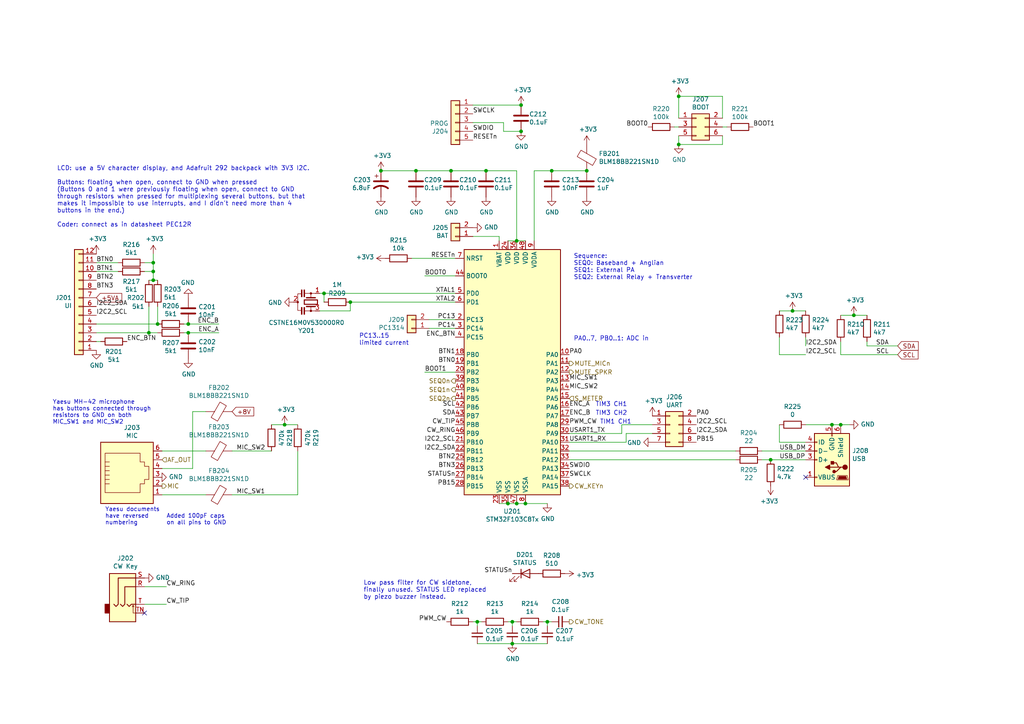
<source format=kicad_sch>
(kicad_sch (version 20211123) (generator eeschema)
  (paper "A4")
  (title_block (title "Picardy Anglian Mashup") (date "2020-03-18") (company "HB9EGM"))
  (lib_symbols
    (symbol "Connector:6P6C" (pin_names (offset 1.016))
      (property "Reference" "J" (at -5.08 11.43 0))
      (property "Value" "6P6C" (at 2.54 11.43 0))
      (symbol "6P6C_1_1"
        (pin passive line (at 10.16 -5.08 180) (length 2.54) (name "~") (number "1"))
        (pin passive line (at 10.16 -2.54 180) (length 2.54) (name "~") (number "2"))
        (pin passive line (at 10.16 0 180) (length 2.54) (name "~") (number "3"))
        (pin passive line (at 10.16 2.54 180) (length 2.54) (name "~") (number "4"))
        (pin passive line (at 10.16 5.08 180) (length 2.54) (name "~") (number "5"))
        (pin passive line (at 10.16 7.62 180) (length 2.54) (name "~") (number "6"))
      )
    )
    (symbol "Connector:USB_B_Micro" (pin_names (offset 1.016))
      (property "Reference" "J" (at -5.08 11.43 0))
      (property "Value" "USB_B_Micro" (at -5.08 8.89 0))
      (symbol "USB_B_Micro_1_1"
        (pin power_out line (at 7.62 5.08 180) (length 2.54) (name "VBUS") (number "1"))
        (pin bidirectional line (at 7.62 -2.54 180) (length 2.54) (name "D-") (number "2"))
        (pin bidirectional line (at 7.62 0 180) (length 2.54) (name "D+") (number "3"))
        (pin passive line (at 7.62 -5.08 180) (length 2.54) (name "ID") (number "4"))
        (pin power_out line (at 0 -10.16 90) (length 2.54) (name "GND") (number "5"))
        (pin passive line (at -2.54 -10.16 90) (length 2.54) (name "Shield") (number "6"))
      )
    )
    (symbol "Connector_Generic:Conn_01x02" (pin_names (offset 1.016) hide)
      (property "Reference" "J" (at 0 2.54 0))
      (property "Value" "Conn_01x02" (at 0 -5.08 0))
      (symbol "Conn_01x02_1_1"
        (pin passive line (at -5.08 0 0) (length 3.81) (name "Pin_1") (number "1"))
        (pin passive line (at -5.08 -2.54 0) (length 3.81) (name "Pin_2") (number "2"))
      )
    )
    (symbol "Connector_Generic:Conn_01x05" (pin_names (offset 1.016) hide)
      (property "Reference" "J" (at 0 7.62 0))
      (property "Value" "Conn_01x05" (at 0 -7.62 0))
      (symbol "Conn_01x05_1_1"
        (pin passive line (at -5.08 5.08 0) (length 3.81) (name "Pin_1") (number "1"))
        (pin passive line (at -5.08 2.54 0) (length 3.81) (name "Pin_2") (number "2"))
        (pin passive line (at -5.08 0 0) (length 3.81) (name "Pin_3") (number "3"))
        (pin passive line (at -5.08 -2.54 0) (length 3.81) (name "Pin_4") (number "4"))
        (pin passive line (at -5.08 -5.08 0) (length 3.81) (name "Pin_5") (number "5"))
      )
    )
    (symbol "Connector_Generic:Conn_01x12" (pin_names (offset 1.016) hide)
      (property "Reference" "J" (at 0 15.24 0))
      (property "Value" "Conn_01x12" (at 0 -17.78 0))
      (symbol "Conn_01x12_1_1"
        (pin passive line (at -5.08 12.7 0) (length 3.81) (name "Pin_1") (number "1"))
        (pin passive line (at -5.08 -10.16 0) (length 3.81) (name "Pin_10") (number "10"))
        (pin passive line (at -5.08 -12.7 0) (length 3.81) (name "Pin_11") (number "11"))
        (pin passive line (at -5.08 -15.24 0) (length 3.81) (name "Pin_12") (number "12"))
        (pin passive line (at -5.08 10.16 0) (length 3.81) (name "Pin_2") (number "2"))
        (pin passive line (at -5.08 7.62 0) (length 3.81) (name "Pin_3") (number "3"))
        (pin passive line (at -5.08 5.08 0) (length 3.81) (name "Pin_4") (number "4"))
        (pin passive line (at -5.08 2.54 0) (length 3.81) (name "Pin_5") (number "5"))
        (pin passive line (at -5.08 0 0) (length 3.81) (name "Pin_6") (number "6"))
        (pin passive line (at -5.08 -2.54 0) (length 3.81) (name "Pin_7") (number "7"))
        (pin passive line (at -5.08 -5.08 0) (length 3.81) (name "Pin_8") (number "8"))
        (pin passive line (at -5.08 -7.62 0) (length 3.81) (name "Pin_9") (number "9"))
      )
    )
    (symbol "Connector_Generic:Conn_02x03_Odd_Even" (pin_names (offset 1.016) hide)
      (property "Reference" "J" (at 1.27 5.08 0))
      (property "Value" "Conn_02x03_Odd_Even" (at 1.27 -5.08 0))
      (symbol "Conn_02x03_Odd_Even_1_1"
        (pin passive line (at -5.08 2.54 0) (length 3.81) (name "Pin_1") (number "1"))
        (pin passive line (at 7.62 2.54 180) (length 3.81) (name "Pin_2") (number "2"))
        (pin passive line (at -5.08 0 0) (length 3.81) (name "Pin_3") (number "3"))
        (pin passive line (at 7.62 0 180) (length 3.81) (name "Pin_4") (number "4"))
        (pin passive line (at -5.08 -2.54 0) (length 3.81) (name "Pin_5") (number "5"))
        (pin passive line (at 7.62 -2.54 180) (length 3.81) (name "Pin_6") (number "6"))
      )
    )
    (symbol "Connector_Generic:Conn_02x04_Odd_Even" (pin_names (offset 1.016) hide)
      (property "Reference" "J" (at 1.27 5.08 0))
      (property "Value" "Conn_02x04_Odd_Even" (at 1.27 -7.62 0))
      (symbol "Conn_02x04_Odd_Even_1_1"
        (pin passive line (at -5.08 2.54 0) (length 3.81) (name "Pin_1") (number "1"))
        (pin passive line (at 7.62 2.54 180) (length 3.81) (name "Pin_2") (number "2"))
        (pin passive line (at -5.08 0 0) (length 3.81) (name "Pin_3") (number "3"))
        (pin passive line (at 7.62 0 180) (length 3.81) (name "Pin_4") (number "4"))
        (pin passive line (at -5.08 -2.54 0) (length 3.81) (name "Pin_5") (number "5"))
        (pin passive line (at 7.62 -2.54 180) (length 3.81) (name "Pin_6") (number "6"))
        (pin passive line (at -5.08 -5.08 0) (length 3.81) (name "Pin_7") (number "7"))
        (pin passive line (at 7.62 -5.08 180) (length 3.81) (name "Pin_8") (number "8"))
      )
    )
    (symbol "Device:C" (pin_numbers hide) (pin_names (offset 0.254))
      (property "Reference" "C" (at 0.635 2.54 0))
      (property "Value" "C" (at 0.635 -2.54 0))
      (symbol "C_1_1"
        (pin passive line (at 0 3.81 270) (length 2.794) (name "~") (number "1"))
        (pin passive line (at 0 -3.81 90) (length 2.794) (name "~") (number "2"))
      )
    )
    (symbol "Device:CP1" (pin_numbers hide) (pin_names (offset 0.254) hide)
      (property "Reference" "C" (at 0.635 2.54 0))
      (property "Value" "Device_CP1" (at 0.635 -2.54 0))
      (symbol "CP1_1_1"
        (pin passive line (at 0 3.81 270) (length 2.794) (name "~") (number "1"))
        (pin passive line (at 0 -3.81 90) (length 3.302) (name "~") (number "2"))
      )
    )
    (symbol "Device:C_Small" (pin_numbers hide) (pin_names (offset 0.254) hide)
      (property "Reference" "C" (at 0.254 1.778 0))
      (property "Value" "C_Small" (at 0.254 -2.032 0))
      (symbol "C_Small_1_1"
        (pin passive line (at 0 2.54 270) (length 2.032) (name "~") (number "1"))
        (pin passive line (at 0 -2.54 90) (length 2.032) (name "~") (number "2"))
      )
    )
    (symbol "Device:Ferrite_Bead" (pin_numbers hide) (pin_names (offset 0))
      (property "Reference" "FB" (at -3.81 0.635 90))
      (property "Value" "Device_Ferrite_Bead" (at 3.81 0 90))
      (symbol "Ferrite_Bead_1_1"
        (pin passive line (at 0 3.81 270) (length 2.54) (name "~") (number "1"))
        (pin passive line (at 0 -3.81 90) (length 2.54) (name "~") (number "2"))
      )
    )
    (symbol "Device:LED" (pin_numbers hide) (pin_names (offset 1.016) hide)
      (property "Reference" "D" (at 0 2.54 0))
      (property "Value" "LED" (at 0 -2.54 0))
      (symbol "LED_1_1"
        (pin passive line (at -3.81 0 0) (length 2.54) (name "K") (number "1"))
        (pin passive line (at 3.81 0 180) (length 2.54) (name "A") (number "2"))
      )
    )
    (symbol "Device:R" (pin_numbers hide) (pin_names (offset 0))
      (property "Reference" "R" (at 2.032 0 90))
      (property "Value" "R" (at 0 0 90))
      (symbol "R_1_1"
        (pin passive line (at 0 3.81 270) (length 1.27) (name "~") (number "1"))
        (pin passive line (at 0 -3.81 90) (length 1.27) (name "~") (number "2"))
      )
    )
    (symbol "MCU_ST_STM32F1:STM32F103C8Tx"
      (property "Reference" "U" (at -15.24 36.83 0))
      (property "Value" "STM32F103C8Tx" (at 7.62 36.83 0))
      (symbol "STM32F103C8Tx_1_1"
        (pin power_in line (at -5.08 38.1 270) (length 2.54) (name "VBAT") (number "1"))
        (pin bidirectional line (at 15.24 5.08 180) (length 2.54) (name "PA0") (number "10"))
        (pin bidirectional line (at 15.24 2.54 180) (length 2.54) (name "PA1") (number "11"))
        (pin bidirectional line (at 15.24 0 180) (length 2.54) (name "PA2") (number "12"))
        (pin bidirectional line (at 15.24 -2.54 180) (length 2.54) (name "PA3") (number "13"))
        (pin bidirectional line (at 15.24 -5.08 180) (length 2.54) (name "PA4") (number "14"))
        (pin bidirectional line (at 15.24 -7.62 180) (length 2.54) (name "PA5") (number "15"))
        (pin bidirectional line (at 15.24 -10.16 180) (length 2.54) (name "PA6") (number "16"))
        (pin bidirectional line (at 15.24 -12.7 180) (length 2.54) (name "PA7") (number "17"))
        (pin bidirectional line (at -17.78 5.08 0) (length 2.54) (name "PB0") (number "18"))
        (pin bidirectional line (at -17.78 2.54 0) (length 2.54) (name "PB1") (number "19"))
        (pin bidirectional line (at -17.78 15.24 0) (length 2.54) (name "PC13") (number "2"))
        (pin bidirectional line (at -17.78 0 0) (length 2.54) (name "PB2") (number "20"))
        (pin bidirectional line (at -17.78 -20.32 0) (length 2.54) (name "PB10") (number "21"))
        (pin bidirectional line (at -17.78 -22.86 0) (length 2.54) (name "PB11") (number "22"))
        (pin power_in line (at -5.08 -38.1 90) (length 2.54) (name "VSS") (number "23"))
        (pin power_in line (at -2.54 38.1 270) (length 2.54) (name "VDD") (number "24"))
        (pin bidirectional line (at -17.78 -25.4 0) (length 2.54) (name "PB12") (number "25"))
        (pin bidirectional line (at -17.78 -27.94 0) (length 2.54) (name "PB13") (number "26"))
        (pin bidirectional line (at -17.78 -30.48 0) (length 2.54) (name "PB14") (number "27"))
        (pin bidirectional line (at -17.78 -33.02 0) (length 2.54) (name "PB15") (number "28"))
        (pin bidirectional line (at 15.24 -15.24 180) (length 2.54) (name "PA8") (number "29"))
        (pin bidirectional line (at -17.78 12.7 0) (length 2.54) (name "PC14") (number "3"))
        (pin bidirectional line (at 15.24 -17.78 180) (length 2.54) (name "PA9") (number "30"))
        (pin bidirectional line (at 15.24 -20.32 180) (length 2.54) (name "PA10") (number "31"))
        (pin bidirectional line (at 15.24 -22.86 180) (length 2.54) (name "PA11") (number "32"))
        (pin bidirectional line (at 15.24 -25.4 180) (length 2.54) (name "PA12") (number "33"))
        (pin bidirectional line (at 15.24 -27.94 180) (length 2.54) (name "PA13") (number "34"))
        (pin power_in line (at -2.54 -38.1 90) (length 2.54) (name "VSS") (number "35"))
        (pin power_in line (at 0 38.1 270) (length 2.54) (name "VDD") (number "36"))
        (pin bidirectional line (at 15.24 -30.48 180) (length 2.54) (name "PA14") (number "37"))
        (pin bidirectional line (at 15.24 -33.02 180) (length 2.54) (name "PA15") (number "38"))
        (pin bidirectional line (at -17.78 -2.54 0) (length 2.54) (name "PB3") (number "39"))
        (pin bidirectional line (at -17.78 10.16 0) (length 2.54) (name "PC15") (number "4"))
        (pin bidirectional line (at -17.78 -5.08 0) (length 2.54) (name "PB4") (number "40"))
        (pin bidirectional line (at -17.78 -7.62 0) (length 2.54) (name "PB5") (number "41"))
        (pin bidirectional line (at -17.78 -10.16 0) (length 2.54) (name "PB6") (number "42"))
        (pin bidirectional line (at -17.78 -12.7 0) (length 2.54) (name "PB7") (number "43"))
        (pin input line (at -17.78 27.94 0) (length 2.54) (name "BOOT0") (number "44"))
        (pin bidirectional line (at -17.78 -15.24 0) (length 2.54) (name "PB8") (number "45"))
        (pin bidirectional line (at -17.78 -17.78 0) (length 2.54) (name "PB9") (number "46"))
        (pin power_in line (at 0 -38.1 90) (length 2.54) (name "VSS") (number "47"))
        (pin power_in line (at 2.54 38.1 270) (length 2.54) (name "VDD") (number "48"))
        (pin input line (at -17.78 22.86 0) (length 2.54) (name "PD0") (number "5"))
        (pin input line (at -17.78 20.32 0) (length 2.54) (name "PD1") (number "6"))
        (pin input line (at -17.78 33.02 0) (length 2.54) (name "NRST") (number "7"))
        (pin power_in line (at 2.54 -38.1 90) (length 2.54) (name "VSSA") (number "8"))
        (pin power_in line (at 5.08 38.1 270) (length 2.54) (name "VDDA") (number "9"))
      )
    )
    (symbol "mpb:CSTNE16M0V530000R0" (pin_names (offset 1.016) hide)
      (property "Reference" "Y" (at 3.175 1.905 0))
      (property "Value" "CSTNE16M0V530000R0" (at 3.175 0 0))
      (symbol "CSTNE16M0V530000R0_1_1"
        (pin passive line (at -2.54 2.54 270) (length 1.27) (name "1") (number "1"))
        (pin passive line (at 0 -5.08 90) (length 1.27) (name "2") (number "2"))
        (pin passive line (at 2.54 2.54 270) (length 1.27) (name "3") (number "3"))
      )
    )
    (symbol "mpb:CUI-SJ-3524-SMT-TR"
      (property "Reference" "J" (at 0 8.89 0))
      (property "Value" "CUI-SJ-3524-SMT-TR" (at 0 6.35 0))
      (symbol "CUI-SJ-3524-SMT-TR_1_1"
        (pin passive line (at 5.08 0 180) (length 2.54) (name "~") (number "R"))
        (pin passive line (at 5.08 2.54 180) (length 2.54) (name "~") (number "S"))
        (pin passive line (at 5.08 -5.08 180) (length 2.54) (name "~") (number "T"))
        (pin passive line (at 5.08 -7.62 180) (length 2.54) (name "~") (number "TN"))
      )
    )
    (symbol "power:+3.3V" (power) (pin_names (offset 0))
      (property "Value" "+3.3V" (at 0 3.556 0))
      (symbol "+3.3V_1_1"
        (pin power_in line (at 0 0 90) (length 0) hide (name "+3V3") (number "1"))
      )
    )
    (symbol "power:GND" (power) (pin_names (offset 0))
      (property "Value" "GND" (at 0 -3.81 0))
      (symbol "GND_1_1"
        (pin power_in line (at 0 0 270) (length 0) hide (name "GND") (number "1"))
      )
    )
  )
  (junction (at 43.18 96.52))
  (junction (at 110.49 49.53))
  (junction (at 223.52 133.35))
  (junction (at 149.86 69.85))
  (junction (at 243.84 123.19))
  (junction (at 101.6 87.63))
  (junction (at 130.81 49.53))
  (junction (at 196.85 27.94))
  (junction (at 149.86 146.05))
  (junction (at 147.32 146.05))
  (junction (at 120.65 49.53))
  (junction (at 160.02 49.53))
  (junction (at 148.59 186.69))
  (junction (at 138.43 180.34))
  (junction (at 54.61 93.98))
  (junction (at 158.75 180.34))
  (junction (at 82.55 123.19))
  (junction (at 93.98 85.09))
  (junction (at 247.65 91.44))
  (junction (at 241.3 123.19))
  (junction (at 196.85 41.91))
  (junction (at 140.97 49.53))
  (junction (at 148.59 180.34))
  (junction (at 152.4 146.05))
  (junction (at 45.72 93.98))
  (junction (at 44.45 76.2))
  (junction (at 54.61 96.52))
  (junction (at 44.45 78.74))
  (junction (at 151.13 30.48))
  (junction (at 170.18 49.53))
  (junction (at 44.45 81.28))
  (junction (at 229.87 90.17))
  (junction (at 151.13 38.1))
  (no_connect (at 233.68 138.43))
  (no_connect (at 41.91 177.8))
  (wire (pts (xy 165.1 133.35) (xy 213.36 133.35)))
  (wire (pts (xy 27.94 93.98) (xy 45.72 93.98)))
  (wire (pts (xy 119.38 74.93) (xy 132.08 74.93)))
  (wire (pts (xy 247.65 91.44) (xy 251.46 91.44)))
  (wire (pts (xy 53.34 93.98) (xy 54.61 93.98)))
  (wire (pts (xy 46.99 143.51) (xy 59.69 143.51)))
  (wire (pts (xy 165.1 130.81) (xy 213.36 130.81)))
  (wire (pts (xy 251.46 100.33) (xy 260.35 100.33)))
  (wire (pts (xy 67.31 130.81) (xy 78.74 130.81)))
  (wire (pts (xy 55.88 135.89) (xy 55.88 119.38)))
  (wire (pts (xy 243.84 102.87) (xy 243.84 99.06)))
  (wire (pts (xy 27.94 76.2) (xy 34.29 76.2)))
  (wire (pts (xy 130.81 49.53) (xy 140.97 49.53)))
  (wire (pts (xy 137.16 30.48) (xy 151.13 30.48)))
  (wire (pts (xy 189.23 125.73) (xy 181.61 125.73)))
  (wire (pts (xy 160.02 49.53) (xy 154.94 49.53)))
  (wire (pts (xy 86.36 123.19) (xy 82.55 123.19)))
  (wire (pts (xy 146.05 35.56) (xy 146.05 38.1)))
  (wire (pts (xy 138.43 180.34) (xy 138.43 181.61)))
  (wire (pts (xy 53.34 96.52) (xy 54.61 96.52)))
  (wire (pts (xy 223.52 133.35) (xy 233.68 133.35)))
  (wire (pts (xy 229.87 90.17) (xy 233.68 90.17)))
  (wire (pts (xy 123.19 107.95) (xy 132.08 107.95)))
  (wire (pts (xy 243.84 91.44) (xy 247.65 91.44)))
  (wire (pts (xy 43.18 88.9) (xy 43.18 96.52)))
  (wire (pts (xy 120.65 49.53) (xy 130.81 49.53)))
  (wire (pts (xy 110.49 49.53) (xy 120.65 49.53)))
  (wire (pts (xy 158.75 181.61) (xy 158.75 180.34)))
  (wire (pts (xy 226.06 90.17) (xy 229.87 90.17)))
  (wire (pts (xy 148.59 186.69) (xy 158.75 186.69)))
  (wire (pts (xy 158.75 180.34) (xy 160.02 180.34)))
  (wire (pts (xy 160.02 49.53) (xy 170.18 49.53)))
  (wire (pts (xy 45.72 81.28) (xy 44.45 81.28)))
  (wire (pts (xy 124.46 92.71) (xy 132.08 92.71)))
  (wire (pts (xy 137.16 35.56) (xy 146.05 35.56)))
  (wire (pts (xy 165.1 128.27) (xy 181.61 128.27)))
  (wire (pts (xy 45.72 138.43) (xy 46.99 138.43)))
  (wire (pts (xy 44.45 76.2) (xy 44.45 73.66)))
  (wire (pts (xy 27.94 96.52) (xy 43.18 96.52)))
  (wire (pts (xy 226.06 128.27) (xy 233.68 128.27)))
  (wire (pts (xy 146.05 38.1) (xy 151.13 38.1)))
  (wire (pts (xy 196.85 41.91) (xy 209.55 41.91)))
  (wire (pts (xy 101.6 90.17) (xy 101.6 87.63)))
  (wire (pts (xy 226.06 102.87) (xy 226.06 97.79)))
  (wire (pts (xy 27.94 99.06) (xy 29.21 99.06)))
  (wire (pts (xy 165.1 125.73) (xy 180.34 125.73)))
  (wire (pts (xy 137.16 180.34) (xy 138.43 180.34)))
  (wire (pts (xy 243.84 102.87) (xy 260.35 102.87)))
  (wire (pts (xy 223.52 133.35) (xy 220.98 133.35)))
  (wire (pts (xy 140.97 49.53) (xy 149.86 49.53)))
  (wire (pts (xy 157.48 180.34) (xy 158.75 180.34)))
  (wire (pts (xy 147.32 146.05) (xy 144.78 146.05)))
  (wire (pts (xy 243.84 123.19) (xy 241.3 123.19)))
  (wire (pts (xy 144.78 68.58) (xy 137.16 68.58)))
  (wire (pts (xy 45.72 88.9) (xy 45.72 93.98)))
  (wire (pts (xy 195.58 36.83) (xy 196.85 36.83)))
  (wire (pts (xy 233.68 102.87) (xy 226.06 102.87)))
  (wire (pts (xy 148.59 180.34) (xy 149.86 180.34)))
  (wire (pts (xy 101.6 87.63) (xy 132.08 87.63)))
  (wire (pts (xy 101.6 90.17) (xy 92.71 90.17)))
  (wire (pts (xy 27.94 78.74) (xy 34.29 78.74)))
  (wire (pts (xy 67.31 143.51) (xy 86.36 143.51)))
  (wire (pts (xy 86.36 143.51) (xy 86.36 130.81)))
  (wire (pts (xy 220.98 130.81) (xy 233.68 130.81)))
  (wire (pts (xy 144.78 69.85) (xy 144.78 68.58)))
  (wire (pts (xy 149.86 69.85) (xy 147.32 69.85)))
  (wire (pts (xy 196.85 34.29) (xy 196.85 27.94)))
  (wire (pts (xy 82.55 123.19) (xy 78.74 123.19)))
  (wire (pts (xy 209.55 34.29) (xy 209.55 27.94)))
  (wire (pts (xy 124.46 95.25) (xy 132.08 95.25)))
  (wire (pts (xy 93.98 87.63) (xy 93.98 85.09)))
  (wire (pts (xy 41.91 175.26) (xy 48.26 175.26)))
  (wire (pts (xy 152.4 146.05) (xy 149.86 146.05)))
  (wire (pts (xy 149.86 49.53) (xy 149.86 69.85)))
  (wire (pts (xy 41.91 170.18) (xy 48.26 170.18)))
  (wire (pts (xy 54.61 96.52) (xy 63.5 96.52)))
  (wire (pts (xy 41.91 78.74) (xy 44.45 78.74)))
  (wire (pts (xy 181.61 125.73) (xy 181.61 128.27)))
  (wire (pts (xy 93.98 85.09) (xy 92.71 85.09)))
  (wire (pts (xy 152.4 69.85) (xy 149.86 69.85)))
  (wire (pts (xy 55.88 119.38) (xy 59.69 119.38)))
  (wire (pts (xy 44.45 81.28) (xy 43.18 81.28)))
  (wire (pts (xy 180.34 123.19) (xy 189.23 123.19)))
  (wire (pts (xy 209.55 41.91) (xy 209.55 39.37)))
  (wire (pts (xy 233.68 100.33) (xy 233.68 97.79)))
  (wire (pts (xy 154.94 49.53) (xy 154.94 69.85)))
  (wire (pts (xy 46.99 135.89) (xy 55.88 135.89)))
  (wire (pts (xy 43.18 96.52) (xy 45.72 96.52)))
  (wire (pts (xy 209.55 27.94) (xy 196.85 27.94)))
  (wire (pts (xy 148.59 181.61) (xy 148.59 180.34)))
  (wire (pts (xy 147.32 180.34) (xy 148.59 180.34)))
  (wire (pts (xy 246.38 123.19) (xy 243.84 123.19)))
  (wire (pts (xy 132.08 85.09) (xy 93.98 85.09)))
  (wire (pts (xy 44.45 81.28) (xy 44.45 78.74)))
  (wire (pts (xy 138.43 186.69) (xy 148.59 186.69)))
  (wire (pts (xy 41.91 76.2) (xy 44.45 76.2)))
  (wire (pts (xy 158.75 146.05) (xy 152.4 146.05)))
  (wire (pts (xy 226.06 123.19) (xy 226.06 128.27)))
  (wire (pts (xy 138.43 180.34) (xy 139.7 180.34)))
  (wire (pts (xy 180.34 125.73) (xy 180.34 123.19)))
  (wire (pts (xy 46.99 130.81) (xy 59.69 130.81)))
  (wire (pts (xy 44.45 78.74) (xy 44.45 76.2)))
  (wire (pts (xy 196.85 41.91) (xy 196.85 39.37)))
  (wire (pts (xy 54.61 93.98) (xy 63.5 93.98)))
  (wire (pts (xy 123.19 80.01) (xy 132.08 80.01)))
  (wire (pts (xy 251.46 100.33) (xy 251.46 99.06)))
  (wire (pts (xy 149.86 146.05) (xy 147.32 146.05)))
  (wire (pts (xy 210.82 36.83) (xy 209.55 36.83)))
  (wire (pts (xy 241.3 123.19) (xy 233.68 123.19)))
  (text "Yaesu documents\nhave reversed\nnumbering" (at 30.48 152.4 0) (effects (font (size 1.1938 1.1938)) (justify left bottom)))
  (text "TIM1 CH1" (at 173.99 123.19 0) (effects (font (size 1.27 1.27)) (justify left bottom)))
  (text "Yaesu MH-42 microphone\nhas buttons connected through\nresistors to GND on both\nMIC_SW1 and MIC_SW2" (at 15.24 123.19 0) (effects (font (size 1.1938 1.1938)) (justify left bottom)))
  (text "Low pass filter for CW sidetone,\nfinally unused. STATUS LED replaced\nby piezo buzzer instead." (at 105.41 173.99 0) (effects (font (size 1.27 1.27)) (justify left bottom)))
  (text "TIM3 CH1" (at 172.72 118.11 0) (effects (font (size 1.27 1.27)) (justify left bottom)))
  (text "Added 100pF caps\non all pins to GND" (at 48.26 152.4 0) (effects (font (size 1.1938 1.1938)) (justify left bottom)))
  (text "TIM3 CH2" (at 172.72 120.65 0) (effects (font (size 1.27 1.27)) (justify left bottom)))
  (text "PC13..15\nlimited current" (at 104.14 100.33 0) (effects (font (size 1.27 1.27)) (justify left bottom)))
  (text "LCD: use a 5V character display, and Adafruit 292 backpack with 3V3 I2C.\n\nButtons: floating when open, connect to GND when pressed\n(Buttons 0 and 1 were previously floating when open, connect to GND\nthrough resistors when pressed for multiplexing several buttons, but that\nmakes it impossible to use interrupts, and I didn't need more than 4\nbuttons in the end.)\n\nCoder: connect as in datasheet PEC12R" (at 16.51 66.04 0) (effects (font (size 1.27 1.27)) (justify left bottom)))
  (text "Sequence:\nSEQ0: Baseband + Anglian\nSEQ1: External PA\nSEQ2: External Relay + Transverter" (at 166.37 81.28 0) (effects (font (size 1.27 1.27)) (justify left bottom)))
  (text "PA0..7, PB0..1: ADC in" (at 166.37 99.06 0) (effects (font (size 1.27 1.27)) (justify left bottom)))
  (label "USB_DP" (at 226.06 133.35 0))
  (label "USART1_RX" (at 165.1 128.27 0))
  (label "SDA" (at 132.08 120.65 180))
  (label "MIC_SW2" (at 68.58 130.81 0))
  (label "BTN1" (at 132.08 102.87 180))
  (label "MIC_SW1" (at 68.58 143.51 0))
  (label "PB15" (at 201.93 128.27 0))
  (label "I2C2_SDA" (at 233.68 100.33 0))
  (label "MIC_SW1" (at 165.1 110.49 0))
  (label "BOOT1" (at 218.44 36.83 0))
  (label "STATUSn" (at 148.59 166.37 180))
  (label "BTN2" (at 132.08 133.35 180))
  (label "ENC_A" (at 63.5 96.52 180))
  (label "I2C2_SDA" (at 201.93 125.73 0))
  (label "USB_DM" (at 226.06 130.81 0))
  (label "PB15" (at 132.08 140.97 180))
  (label "SWDIO" (at 165.1 135.89 0))
  (label "CW_RING" (at 48.26 170.18 0))
  (label "ENC_BTN" (at 132.08 97.79 180))
  (label "I2C2_SCL" (at 201.93 123.19 0))
  (label "SCL" (at 132.08 118.11 180))
  (label "XTAL2" (at 132.08 87.63 180))
  (label "CW_RING" (at 132.08 125.73 180))
  (label "I2C2_SCL" (at 233.68 102.87 0))
  (label "I2C2_SCL" (at 27.94 91.44 0))
  (label "I2C2_SDA" (at 132.08 130.81 180))
  (label "SDA" (at 257.81 100.33 180))
  (label "BTN0" (at 132.08 105.41 180))
  (label "SCL" (at 257.81 102.87 180))
  (label "ENC_BTN" (at 36.83 99.06 0))
  (label "ENC_A" (at 165.1 118.11 0))
  (label "CW_TIP" (at 48.26 175.26 0))
  (label "XTAL1" (at 132.08 85.09 180))
  (label "ENC_B" (at 165.1 120.65 0))
  (label "STATUSn" (at 132.08 138.43 180))
  (label "BTN2" (at 27.94 81.28 0))
  (label "RESETn" (at 137.16 40.64 0))
  (label "PWM_CW" (at 165.1 123.19 0))
  (label "BOOT0" (at 123.19 80.01 0))
  (label "PC14" (at 132.08 95.25 180))
  (label "PA0" (at 165.1 102.87 0))
  (label "I2C2_SDA" (at 27.94 88.9 0))
  (label "SWCLK" (at 137.16 33.02 0))
  (label "PC13" (at 132.08 92.71 180))
  (label "SWCLK" (at 165.1 138.43 0))
  (label "BTN3" (at 27.94 83.82 0))
  (label "BTN0" (at 27.94 76.2 0))
  (label "BOOT1" (at 123.19 107.95 0))
  (label "CW_TIP" (at 132.08 123.19 180))
  (label "PWM_CW" (at 129.54 180.34 180))
  (label "ENC_B" (at 63.5 93.98 180))
  (label "SWDIO" (at 137.16 38.1 0))
  (label "USART1_TX" (at 165.1 125.73 0))
  (label "MIC_SW2" (at 165.1 113.03 0))
  (label "RESETn" (at 132.08 74.93 180))
  (label "I2C2_SCL" (at 132.08 128.27 180))
  (label "PA0" (at 201.93 120.65 0))
  (label "BTN3" (at 132.08 135.89 180))
  (label "BTN1" (at 27.94 78.74 0))
  (label "BOOT0" (at 187.96 36.83 180))
  (global_label "+8V" (shape input) (at 67.31 119.38 0) (property "Intersheet References" "${INTERSHEET_REFS}" (effects hide)))
  (global_label "SDA" (shape input) (at 260.35 100.33 0) (property "Intersheet References" "${INTERSHEET_REFS}" (effects hide)))
  (global_label "+5VA" (shape input) (at 27.94 86.36 0) (property "Intersheet References" "${INTERSHEET_REFS}" (effects hide)))
  (global_label "SCL" (shape input) (at 260.35 102.87 0) (property "Intersheet References" "${INTERSHEET_REFS}" (effects hide)))
  (hierarchical_label "SEQ1n" (shape output) (at 132.08 113.03 180))
  (hierarchical_label "MUTE_SPKR" (shape output) (at 165.1 107.95 0))
  (hierarchical_label "CW_KEYn" (shape output) (at 165.1 140.97 0))
  (hierarchical_label "SEQ0n" (shape output) (at 132.08 110.49 180))
  (hierarchical_label "AF_OUT" (shape input) (at 46.99 133.35 0))
  (hierarchical_label "MIC" (shape output) (at 46.99 140.97 0))
  (hierarchical_label "S_METER" (shape input) (at 165.1 115.57 0))
  (hierarchical_label "CW_TONE" (shape output) (at 165.1 180.34 0))
  (hierarchical_label "SEQ2n" (shape output) (at 132.08 115.57 180))
  (hierarchical_label "MUTE_MICn" (shape output) (at 165.1 105.41 0))
  (symbol (lib_id "Device:R") (at 115.57 74.93 90) (unit 1)
    (property "Reference" "R215" (at 115.57 69.6722 90))
    (property "Value" "10k" (at 115.57 71.9836 90))
    (property "Footprint" "Resistor_SMD:R_0603_1608Metric_Pad1.05x0.95mm_HandSolder" (effects hide))
    (property "Need_order" "0" (effects hide))
  )
  (symbol (lib_id "Connector_Generic:Conn_01x12") (at 22.86 88.9 180) (unit 1)
    (property "Reference" "J201" (at 20.8534 86.36 0) (effects (justify left)))
    (property "Value" "UI" (at 20.8534 88.6714 0) (effects (justify left)))
    (property "Footprint" "Connector_PinHeader_2.54mm:PinHeader_1x12_P2.54mm_Vertical" (effects hide))
    (property "Need_order" "1" (effects hide))
    (property "MPN" " Adafruit 292 and PEC12R-4022F-S0024" (effects hide))
  )
  (symbol (lib_id "power:+3.3V") (at 27.94 73.66 0) (unit 1)
    (property "Reference" "#PWR0201" (effects hide))
    (property "Value" "+3.3V" (at 28.321 69.2658 0))
  )
  (symbol (lib_id "power:GND") (at 54.61 86.36 180) (unit 1)
    (property "Reference" "#PWR0206" (effects hide))
    (property "Value" "GND" (at 54.483 81.9658 0))
  )
  (symbol (lib_id "Device:Ferrite_Bead") (at 170.18 45.72 180) (unit 1)
    (property "Reference" "FB201" (at 173.6598 44.5516 0) (effects (justify right)))
    (property "Value" "BLM18BB221SN1D" (at 173.6598 46.863 0) (effects (justify right)))
    (property "Footprint" "Inductor_SMD:L_0603_1608Metric_Pad1.05x0.95mm_HandSolder" (effects hide))
    (property "MPN" "BLM18BB221SN1D" (effects hide))
    (property "Need_order" "0" (effects hide))
  )
  (symbol (lib_id "Device:R") (at 133.35 180.34 270) (unit 1)
    (property "Reference" "R212" (at 133.35 175.0822 90))
    (property "Value" "1k" (at 133.35 177.3936 90))
    (property "Footprint" "Resistor_SMD:R_0603_1608Metric_Pad1.05x0.95mm_HandSolder" (effects hide))
    (property "Need_order" "0" (effects hide))
  )
  (symbol (lib_id "Device:C_Small") (at 148.59 184.15 0)
    (property "Reference" "C206" (at 150.9268 182.9816 0) (effects (justify left)))
    (property "Value" "0.1uF" (at 150.9268 185.293 0) (effects (justify left)))
    (property "Footprint" "Capacitor_SMD:C_0603_1608Metric_Pad1.05x0.95mm_HandSolder" (effects hide))
    (property "MPN" "GRM188R71H104KA93D" (effects hide))
    (property "Need_order" "0" (effects hide))
  )
  (symbol (lib_id "Device:R") (at 143.51 180.34 270) (unit 1)
    (property "Reference" "R213" (at 143.51 175.0822 90))
    (property "Value" "1k" (at 143.51 177.3936 90))
    (property "Footprint" "Resistor_SMD:R_0603_1608Metric_Pad1.05x0.95mm_HandSolder" (effects hide))
    (property "Need_order" "0" (effects hide))
  )
  (symbol (lib_id "Device:C_Small") (at 138.43 184.15 0)
    (property "Reference" "C205" (at 140.7668 182.9816 0) (effects (justify left)))
    (property "Value" "0.1uF" (at 140.7668 185.293 0) (effects (justify left)))
    (property "Footprint" "Capacitor_SMD:C_0603_1608Metric_Pad1.05x0.95mm_HandSolder" (effects hide))
    (property "MPN" "GRM188R71H104KA93D" (effects hide))
    (property "Need_order" "0" (effects hide))
  )
  (symbol (lib_id "Device:C_Small") (at 158.75 184.15 0)
    (property "Reference" "C207" (at 161.0868 182.9816 0) (effects (justify left)))
    (property "Value" "0.1uF" (at 161.0868 185.293 0) (effects (justify left)))
    (property "Footprint" "Capacitor_SMD:C_0603_1608Metric_Pad1.05x0.95mm_HandSolder" (effects hide))
    (property "MPN" "GRM188R71H104KA93D" (effects hide))
    (property "Need_order" "0" (effects hide))
  )
  (symbol (lib_id "Device:R") (at 153.67 180.34 270) (unit 1)
    (property "Reference" "R214" (at 153.67 175.0822 90))
    (property "Value" "1k" (at 153.67 177.3936 90))
    (property "Footprint" "Resistor_SMD:R_0603_1608Metric_Pad1.05x0.95mm_HandSolder" (effects hide))
    (property "Need_order" "0" (effects hide))
  )
  (symbol (lib_id "Device:C_Small") (at 162.56 180.34 90)
    (property "Reference" "C208" (at 162.56 174.5234 90))
    (property "Value" "0.1uF" (at 162.56 176.8348 90))
    (property "Footprint" "Capacitor_SMD:C_0603_1608Metric_Pad1.05x0.95mm_HandSolder" (effects hide))
    (property "MPN" "GRM188R71H104KA93D" (effects hide))
    (property "Need_order" "0" (effects hide))
  )
  (symbol (lib_id "power:GND") (at 148.59 186.69 0) (unit 1)
    (property "Reference" "#PWR0217" (effects hide))
    (property "Value" "GND" (at 148.717 191.0842 0))
  )
  (symbol (lib_id "Device:R") (at 243.84 95.25 0) (unit 1)
    (property "Reference" "R210" (at 245.618 94.0816 0) (effects (justify left)))
    (property "Value" "4k7" (at 245.618 96.393 0) (effects (justify left)))
    (property "Footprint" "Resistor_SMD:R_0603_1608Metric_Pad1.05x0.95mm_HandSolder" (effects hide))
    (property "Need_order" "0" (effects hide))
  )
  (symbol (lib_id "Device:R") (at 251.46 95.25 0) (unit 1)
    (property "Reference" "R211" (at 253.238 94.0816 0) (effects (justify left)))
    (property "Value" "4k7" (at 253.238 96.393 0) (effects (justify left)))
    (property "Footprint" "Resistor_SMD:R_0603_1608Metric_Pad1.05x0.95mm_HandSolder" (effects hide))
    (property "Need_order" "0" (effects hide))
  )
  (symbol (lib_id "power:+3.3V") (at 247.65 91.44 0) (unit 1)
    (property "Reference" "#PWR0214" (effects hide))
    (property "Value" "+3.3V" (at 248.031 87.0458 0))
  )
  (symbol (lib_id "Device:R") (at 78.74 127 180) (unit 1)
    (property "Reference" "R218" (at 83.9978 127 90))
    (property "Value" "470k" (at 81.6864 127 90))
    (property "Footprint" "Resistor_SMD:R_0603_1608Metric_Pad1.05x0.95mm_HandSolder" (effects hide))
    (property "Need_order" "0" (effects hide))
  )
  (symbol (lib_id "Device:R") (at 86.36 127 180) (unit 1)
    (property "Reference" "R219" (at 91.6178 127 90))
    (property "Value" "470k" (at 89.3064 127 90))
    (property "Footprint" "Resistor_SMD:R_0603_1608Metric_Pad1.05x0.95mm_HandSolder" (effects hide))
    (property "Need_order" "0" (effects hide))
  )
  (symbol (lib_id "power:+3.3V") (at 82.55 123.19 0) (unit 1)
    (property "Reference" "#PWR0219" (effects hide))
    (property "Value" "+3.3V" (at 82.931 118.7958 0))
  )
  (symbol (lib_id "Device:R") (at 38.1 78.74 90) (unit 1)
    (property "Reference" "R217" (at 38.1 81.661 90))
    (property "Value" "5k1" (at 38.1 83.9724 90))
    (property "Footprint" "Resistor_SMD:R_0603_1608Metric_Pad1.05x0.95mm_HandSolder" (effects hide))
    (property "Need_order" "0" (effects hide))
  )
  (symbol (lib_id "Device:R") (at 38.1 76.2 90) (unit 1)
    (property "Reference" "R216" (at 38.1 70.9422 90))
    (property "Value" "5k1" (at 38.1 73.2536 90))
    (property "Footprint" "Resistor_SMD:R_0603_1608Metric_Pad1.05x0.95mm_HandSolder" (effects hide))
    (property "Need_order" "0" (effects hide))
  )
  (symbol (lib_id "MCU_ST_STM32F1:STM32F103C8Tx") (at 149.86 107.95 0) (unit 1)
    (property "Reference" "U201" (at 148.59 148.3106 0))
    (property "Value" "STM32F103C8Tx" (at 148.59 150.622 0))
    (property "Footprint" "Package_QFP:LQFP-48_7x7mm_P0.5mm" (effects hide))
    (property "Datasheet" "http://www.st.com/st-web-ui/static/active/en/resource/technical/document/datasheet/CD00161566.pdf" (effects hide))
    (property "MPN" "STM32F103C8T6" (effects hide))
  )
  (symbol (lib_id "Device:R") (at 191.77 36.83 270) (unit 1)
    (property "Reference" "R220" (at 191.77 31.5722 90))
    (property "Value" "100k" (at 191.77 33.8836 90))
    (property "Footprint" "Resistor_SMD:R_0603_1608Metric_Pad1.05x0.95mm_HandSolder" (effects hide))
    (property "Need_order" "0" (effects hide))
  )
  (symbol (lib_id "Device:R") (at 217.17 130.81 270) (unit 1)
    (property "Reference" "R204" (at 217.17 125.5522 90))
    (property "Value" "22" (at 217.17 127.8636 90))
    (property "Footprint" "Resistor_SMD:R_0603_1608Metric_Pad1.05x0.95mm_HandSolder" (effects hide))
    (property "Need_order" "0" (effects hide))
  )
  (symbol (lib_id "Device:R") (at 217.17 133.35 270) (unit 1)
    (property "Reference" "R205" (at 217.17 136.271 90))
    (property "Value" "22" (at 217.17 138.5824 90))
    (property "Footprint" "Resistor_SMD:R_0603_1608Metric_Pad1.05x0.95mm_HandSolder" (effects hide))
    (property "Need_order" "0" (effects hide))
  )
  (symbol (lib_id "Device:R") (at 223.52 137.16 180) (unit 1)
    (property "Reference" "R222" (at 225.298 135.9916 0) (effects (justify right)))
    (property "Value" "4.7k" (at 225.298 138.303 0) (effects (justify right)))
    (property "Footprint" "Resistor_SMD:R_0603_1608Metric_Pad1.05x0.95mm_HandSolder" (effects hide))
    (property "Need_order" "0" (effects hide))
  )
  (symbol (lib_id "power:+3.3V") (at 223.52 140.97 180) (unit 1)
    (property "Reference" "#PWR0228" (effects hide))
    (property "Value" "+3.3V" (at 223.139 145.3642 0))
  )
  (symbol (lib_id "power:GND") (at 140.97 57.15 0) (unit 1)
    (property "Reference" "#PWR0216" (effects hide))
    (property "Value" "GND" (at 141.097 61.5442 0))
  )
  (symbol (lib_id "power:GND") (at 130.81 57.15 0) (unit 1)
    (property "Reference" "#PWR0211" (effects hide))
    (property "Value" "GND" (at 130.937 61.5442 0))
  )
  (symbol (lib_id "power:GND") (at 120.65 57.15 0) (unit 1)
    (property "Reference" "#PWR0210" (effects hide))
    (property "Value" "GND" (at 120.777 61.5442 0))
  )
  (symbol (lib_id "power:+3.3V") (at 110.49 49.53 0) (unit 1)
    (property "Reference" "#PWR0208" (effects hide))
    (property "Value" "+3.3V" (at 110.871 45.1358 0))
  )
  (symbol (lib_id "Device:CP1") (at 110.49 53.34 0) (unit 1)
    (property "Reference" "C203" (at 107.5944 52.1716 0) (effects (justify right)))
    (property "Value" "6.8uF" (at 107.5944 54.483 0) (effects (justify right)))
    (property "Footprint" "Capacitor_SMD:C_1206_3216Metric" (effects hide))
    (property "MPN" "Tantalum" (effects hide))
    (property "Need_order" "0" (effects hide))
  )
  (symbol (lib_id "power:GND") (at 110.49 57.15 0) (unit 1)
    (property "Reference" "#PWR0209" (effects hide))
    (property "Value" "GND" (at 110.617 61.5442 0))
  )
  (symbol (lib_id "Device:C") (at 120.65 53.34 0)
    (property "Reference" "C209" (at 122.9868 52.1716 0) (effects (justify left)))
    (property "Value" "0.1uF" (at 122.9868 54.483 0) (effects (justify left)))
    (property "Footprint" "Capacitor_SMD:C_0603_1608Metric_Pad1.05x0.95mm_HandSolder" (effects hide))
    (property "MPN" "GRM188R71H104KA93D" (effects hide))
    (property "Need_order" "0" (effects hide))
  )
  (symbol (lib_id "Device:C") (at 130.81 53.34 0)
    (property "Reference" "C210" (at 133.1468 52.1716 0) (effects (justify left)))
    (property "Value" "0.1uF" (at 133.1468 54.483 0) (effects (justify left)))
    (property "Footprint" "Capacitor_SMD:C_0603_1608Metric_Pad1.05x0.95mm_HandSolder" (effects hide))
    (property "MPN" "GRM188R71H104KA93D" (effects hide))
    (property "Need_order" "0" (effects hide))
  )
  (symbol (lib_id "Device:C") (at 140.97 53.34 0)
    (property "Reference" "C211" (at 143.3068 52.1716 0) (effects (justify left)))
    (property "Value" "0.1uF" (at 143.3068 54.483 0) (effects (justify left)))
    (property "Footprint" "Capacitor_SMD:C_0603_1608Metric_Pad1.05x0.95mm_HandSolder" (effects hide))
    (property "MPN" "GRM188R71H104KA93D" (effects hide))
    (property "Need_order" "0" (effects hide))
  )
  (symbol (lib_id "Device:C") (at 160.02 53.34 180) (unit 1)
    (property "Reference" "C213" (at 162.941 52.1716 0) (effects (justify right)))
    (property "Value" "10nF" (at 162.941 54.483 0) (effects (justify right)))
    (property "Footprint" "Capacitor_SMD:C_0805_2012Metric" (effects hide))
    (property "MPN" "VJ0805A103KXJTBC" (effects hide))
    (property "Need_order" "1" (effects hide))
  )
  (symbol (lib_id "power:GND") (at 160.02 57.15 0) (unit 1)
    (property "Reference" "#PWR0223" (effects hide))
    (property "Value" "GND" (at 160.147 61.5442 0))
  )
  (symbol (lib_id "power:GND") (at 170.18 57.15 0) (unit 1)
    (property "Reference" "#PWR0225" (effects hide))
    (property "Value" "GND" (at 170.307 61.5442 0))
  )
  (symbol (lib_id "power:+3.3V") (at 170.18 41.91 0) (unit 1)
    (property "Reference" "#PWR0224" (effects hide))
    (property "Value" "+3.3V" (at 170.561 37.5158 0))
  )
  (symbol (lib_id "Connector_Generic:Conn_01x02") (at 132.08 68.58 180) (unit 1)
    (property "Reference" "J205" (at 130.0734 66.04 0) (effects (justify left)))
    (property "Value" "BAT" (at 130.0734 68.3514 0) (effects (justify left)))
    (property "Footprint" "Connector_PinHeader_2.54mm:PinHeader_1x02_P2.54mm_Vertical" (effects hide))
    (property "Need_order" "0" (effects hide))
  )
  (symbol (lib_id "power:GND") (at 137.16 66.04 90) (unit 1)
    (property "Reference" "#PWR0215" (effects hide))
    (property "Value" "GND" (at 140.4112 65.913 90) (effects (justify right)))
  )
  (symbol (lib_id "power:GND") (at 158.75 146.05 0) (unit 1)
    (property "Reference" "#PWR0222" (effects hide))
    (property "Value" "GND" (at 158.877 150.4442 0))
  )
  (symbol (lib_id "Connector:USB_B_Micro") (at 241.3 133.35 180)
    (property "Reference" "J208" (at 247.142 130.7338 0) (effects (justify right)))
    (property "Value" "USB" (at 247.142 133.0452 0) (effects (justify right)))
    (property "Footprint" "Connector_USB:USB_Micro-B_Molex-105017-0001" (effects hide))
    (property "MPN" "Molex 104017-0001" (effects hide))
  )
  (symbol (lib_id "power:GND") (at 246.38 123.19 90) (unit 1)
    (property "Reference" "#PWR0229" (effects hide))
    (property "Value" "GND" (at 249.6312 123.063 90) (effects (justify right)))
  )
  (symbol (lib_id "Connector_Generic:Conn_01x05") (at 132.08 35.56 0) (mirror y) (unit 1)
    (property "Reference" "J204" (at 130.0734 38.1 0) (effects (justify left)))
    (property "Value" "PROG" (at 130.0734 35.7886 0) (effects (justify left)))
    (property "Footprint" "Connector_PinHeader_2.54mm:PinHeader_1x05_P2.54mm_Vertical" (effects hide))
    (property "Need_order" "0" (effects hide))
  )
  (symbol (lib_id "Device:C") (at 151.13 34.29 0)
    (property "Reference" "C212" (at 153.4668 33.1216 0) (effects (justify left)))
    (property "Value" "0.1uF" (at 153.4668 35.433 0) (effects (justify left)))
    (property "Footprint" "Capacitor_SMD:C_0603_1608Metric_Pad1.05x0.95mm_HandSolder" (effects hide))
    (property "MPN" "GRM188R71H104KA93D" (effects hide))
    (property "Need_order" "0" (effects hide))
  )
  (symbol (lib_id "power:GND") (at 151.13 38.1 0) (unit 1)
    (property "Reference" "#PWR0221" (effects hide))
    (property "Value" "GND" (at 151.257 42.4942 0))
  )
  (symbol (lib_id "power:+3.3V") (at 151.13 30.48 0) (unit 1)
    (property "Reference" "#PWR0220" (effects hide))
    (property "Value" "+3.3V" (at 151.511 26.0858 0))
  )
  (symbol (lib_id "Device:R") (at 214.63 36.83 90) (unit 1)
    (property "Reference" "R221" (at 214.63 31.5722 90))
    (property "Value" "100k" (at 214.63 33.8836 90))
    (property "Footprint" "Resistor_SMD:R_0603_1608Metric_Pad1.05x0.95mm_HandSolder" (effects hide))
    (property "Need_order" "0" (effects hide))
  )
  (symbol (lib_id "Connector_Generic:Conn_02x03_Odd_Even") (at 201.93 36.83 0) (unit 1)
    (property "Reference" "J207" (at 203.2 28.7782 0))
    (property "Value" "BOOT" (at 203.2 31.0896 0))
    (property "Footprint" "Connector_PinHeader_2.54mm:PinHeader_2x03_P2.54mm_Vertical" (effects hide))
  )
  (symbol (lib_id "power:GND") (at 196.85 41.91 0) (unit 1)
    (property "Reference" "#PWR0227" (effects hide))
    (property "Value" "GND" (at 196.977 46.3042 0))
  )
  (symbol (lib_id "power:+3.3V") (at 196.85 27.94 0) (unit 1)
    (property "Reference" "#PWR0226" (effects hide))
    (property "Value" "+3.3V" (at 197.231 23.5458 0))
  )
  (symbol (lib_id "Connector_Generic:Conn_01x02") (at 119.38 95.25 180) (unit 1)
    (property "Reference" "J209" (at 117.3734 92.71 0) (effects (justify left)))
    (property "Value" "PC1314" (at 117.3734 95.0214 0) (effects (justify left)))
    (property "Footprint" "Connector_PinHeader_2.54mm:PinHeader_1x02_P2.54mm_Vertical" (effects hide))
    (property "Need_order" "0" (effects hide))
  )
  (symbol (lib_id "Device:R") (at 226.06 93.98 0) (unit 1)
    (property "Reference" "R223" (at 227.838 92.8116 0) (effects (justify left)))
    (property "Value" "4k7" (at 227.838 95.123 0) (effects (justify left)))
    (property "Footprint" "Resistor_SMD:R_0603_1608Metric_Pad1.05x0.95mm_HandSolder" (effects hide))
    (property "Need_order" "0" (effects hide))
  )
  (symbol (lib_id "Device:R") (at 233.68 93.98 0) (unit 1)
    (property "Reference" "R224" (at 235.458 92.8116 0) (effects (justify left)))
    (property "Value" "4k7" (at 235.458 95.123 0) (effects (justify left)))
    (property "Footprint" "Resistor_SMD:R_0603_1608Metric_Pad1.05x0.95mm_HandSolder" (effects hide))
    (property "Need_order" "0" (effects hide))
  )
  (symbol (lib_id "power:+3.3V") (at 229.87 90.17 0) (unit 1)
    (property "Reference" "#PWR0230" (effects hide))
    (property "Value" "+3.3V" (at 230.251 85.7758 0))
  )
  (symbol (lib_id "Connector_Generic:Conn_02x04_Odd_Even") (at 194.31 123.19 0) (unit 1)
    (property "Reference" "J206" (at 195.58 115.1382 0))
    (property "Value" "UART" (at 195.58 117.4496 0))
    (property "Footprint" "Connector_PinHeader_2.54mm:PinHeader_2x04_P2.54mm_Vertical" (effects hide))
    (property "Need_order" "0" (effects hide))
  )
  (symbol (lib_id "power:+3.3V") (at 189.23 120.65 0) (unit 1)
    (property "Reference" "#PWR0108" (effects hide))
    (property "Value" "+3.3V" (at 189.611 116.2558 0))
  )
  (symbol (lib_id "power:GND") (at 189.23 128.27 270) (unit 1)
    (property "Reference" "#PWR0109" (effects hide))
    (property "Value" "GND" (at 185.9788 128.397 90) (effects (justify right)))
  )
  (symbol (lib_id "mpb:CUI-SJ-3524-SMT-TR") (at 36.83 170.18 0) (unit 1)
    (property "Reference" "J202" (at 36.3728 161.925 0))
    (property "Value" "CW Key" (at 36.3728 164.2364 0))
    (property "Footprint" "Connector_Audio:Jack_3.5mm_CUI_SJ-3524-SMT_Horizontal" (effects hide))
    (property "MPN" "SJ-3523-SMT-TR" (effects hide))
    (property "Need_order" "1" (effects hide))
  )
  (symbol (lib_id "power:GND") (at 41.91 167.64 90) (unit 1)
    (property "Reference" "#PWR0203" (effects hide))
    (property "Value" "GND" (at 45.1612 167.513 90) (effects (justify right)))
  )
  (symbol (lib_id "Device:R") (at 33.02 99.06 90) (unit 1)
    (property "Reference" "R201" (at 33.02 101.981 90))
    (property "Value" "5k1" (at 33.02 104.2924 90))
    (property "Footprint" "Resistor_SMD:R_0603_1608Metric_Pad1.05x0.95mm_HandSolder" (effects hide))
    (property "Need_order" "0" (effects hide))
  )
  (symbol (lib_id "power:GND") (at 54.61 104.14 0) (unit 1)
    (property "Reference" "#PWR0207" (effects hide))
    (property "Value" "GND" (at 54.737 108.5342 0))
  )
  (symbol (lib_id "Device:R") (at 45.72 85.09 180) (unit 1)
    (property "Reference" "R203" (at 47.498 83.9216 0) (effects (justify right)))
    (property "Value" "5k1" (at 47.498 86.233 0) (effects (justify right)))
    (property "Footprint" "Resistor_SMD:R_0603_1608Metric_Pad1.05x0.95mm_HandSolder" (effects hide))
    (property "Need_order" "0" (effects hide))
  )
  (symbol (lib_id "Device:R") (at 43.18 85.09 180) (unit 1)
    (property "Reference" "R202" (at 41.91 86.36 0) (effects (justify left)))
    (property "Value" "5k1" (at 41.91 88.9 0) (effects (justify left)))
    (property "Footprint" "Resistor_SMD:R_0603_1608Metric_Pad1.05x0.95mm_HandSolder" (effects hide))
    (property "Need_order" "0" (effects hide))
  )
  (symbol (lib_id "power:+3.3V") (at 44.45 73.66 0) (unit 1)
    (property "Reference" "#PWR0204" (effects hide))
    (property "Value" "+3.3V" (at 44.831 69.2658 0))
  )
  (symbol (lib_id "Device:R") (at 49.53 93.98 90) (unit 1)
    (property "Reference" "R206" (at 49.53 88.7222 90))
    (property "Value" "5k1" (at 49.53 91.0336 90))
    (property "Footprint" "Resistor_SMD:R_0603_1608Metric_Pad1.05x0.95mm_HandSolder" (effects hide))
    (property "Need_order" "0" (effects hide))
  )
  (symbol (lib_id "Device:R") (at 49.53 96.52 270) (unit 1)
    (property "Reference" "R207" (at 49.53 99.441 90))
    (property "Value" "5k1" (at 49.53 101.7524 90))
    (property "Footprint" "Resistor_SMD:R_0603_1608Metric_Pad1.05x0.95mm_HandSolder" (effects hide))
    (property "Need_order" "0" (effects hide))
  )
  (symbol (lib_id "Device:C") (at 54.61 90.17 0) (unit 1)
    (property "Reference" "C201" (at 57.531 89.0016 0) (effects (justify left)))
    (property "Value" "10nF" (at 57.531 91.313 0) (effects (justify left)))
    (property "Footprint" "Capacitor_SMD:C_0805_2012Metric" (effects hide))
    (property "MPN" "VJ0805A103KXJTBC" (effects hide))
    (property "Need_order" "1" (effects hide))
  )
  (symbol (lib_id "Device:C") (at 54.61 100.33 0) (unit 1)
    (property "Reference" "C202" (at 57.531 99.1616 0) (effects (justify left)))
    (property "Value" "10nF" (at 57.531 101.473 0) (effects (justify left)))
    (property "Footprint" "Capacitor_SMD:C_0805_2012Metric" (effects hide))
    (property "MPN" "VJ0805A103KXJTBC" (effects hide))
    (property "Need_order" "1" (effects hide))
  )
  (symbol (lib_id "Connector:6P6C") (at 36.83 138.43 0) (unit 1)
    (property "Reference" "J203" (at 38.2778 124.0282 0))
    (property "Value" "MIC" (at 38.2778 126.3396 0))
    (property "Footprint" "picardy:RJ25_WE_615006138421" (effects hide))
    (property "MPN" "615006138421" (effects hide))
    (property "Need_order" "1" (effects hide))
  )
  (symbol (lib_id "power:GND") (at 45.72 138.43 90) (unit 1)
    (property "Reference" "#PWR0205" (effects hide))
    (property "Value" "GND" (at 48.9712 138.303 90) (effects (justify right)))
  )
  (symbol (lib_id "power:+3.3V") (at 111.76 74.93 90) (unit 1)
    (property "Reference" "#PWR0218" (effects hide))
    (property "Value" "+3.3V" (at 108.5088 74.549 90) (effects (justify left)))
  )
  (symbol (lib_id "Device:C") (at 170.18 53.34 180) (unit 1)
    (property "Reference" "C204" (at 173.101 52.1716 0) (effects (justify right)))
    (property "Value" "1uF" (at 173.101 54.483 0) (effects (justify right)))
    (property "Footprint" "Capacitor_SMD:C_0805_2012Metric" (effects hide))
    (property "MPN" "08055C105JAT2A" (effects hide))
    (property "Need_order" "0" (effects hide))
  )
  (symbol (lib_id "power:GND") (at 27.94 101.6 0) (unit 1)
    (property "Reference" "#PWR0202" (effects hide))
    (property "Value" "GND" (at 28.067 105.9942 0))
  )
  (symbol (lib_id "mpb:CSTNE16M0V530000R0") (at 90.17 87.63 270) (unit 1)
    (property "Reference" "Y201" (at 88.9 95.885 90))
    (property "Value" "CSTNE16M0V530000R0" (at 88.9 93.5736 90))
    (property "Footprint" "Crystal:Resonator_SMD_muRata_CSTxExxV-3Pin_3.0x1.1mm" (effects hide))
    (property "Need_order" "0" (effects hide))
    (property "MPN" "CSTNE16M0V530000R0" (effects hide))
  )
  (symbol (lib_id "power:GND") (at 85.09 87.63 270) (unit 1)
    (property "Reference" "#PWR0213" (effects hide))
    (property "Value" "GND" (at 81.8388 87.757 90) (effects (justify right)))
  )
  (symbol (lib_id "Device:R") (at 97.79 87.63 90) (unit 1)
    (property "Reference" "R209" (at 97.79 85.09 90))
    (property "Value" "1M" (at 97.79 82.55 90))
    (property "Footprint" "Resistor_SMD:R_0603_1608Metric_Pad1.05x0.95mm_HandSolder" (effects hide))
    (property "Need_order" "0" (effects hide))
  )
  (symbol (lib_id "Device:LED") (at 152.4 166.37 0) (unit 1)
    (property "Reference" "D201" (at 152.2222 160.8836 0))
    (property "Value" "STATUS" (at 152.2222 163.195 0))
    (property "Footprint" "LED_THT:LED_D5.0mm" (effects hide))
    (property "Need_order" "0" (effects hide))
  )
  (symbol (lib_id "Device:R") (at 160.02 166.37 270) (unit 1)
    (property "Reference" "R208" (at 160.02 161.1122 90))
    (property "Value" "510" (at 160.02 163.4236 90))
    (property "Footprint" "Resistor_SMD:R_0603_1608Metric_Pad1.05x0.95mm_HandSolder" (effects hide))
    (property "Need_order" "0" (effects hide))
  )
  (symbol (lib_id "power:+3.3V") (at 163.83 166.37 270) (unit 1)
    (property "Reference" "#PWR0212" (effects hide))
    (property "Value" "+3.3V" (at 167.0812 166.751 90) (effects (justify left)))
  )
  (symbol (lib_id "Device:Ferrite_Bead") (at 63.5 130.81 90) (unit 1)
    (property "Reference" "FB203" (at 63.5 123.8504 90))
    (property "Value" "BLM18BB221SN1D" (at 63.5 126.1618 90))
    (property "Footprint" "Inductor_SMD:L_0603_1608Metric_Pad1.05x0.95mm_HandSolder" (effects hide))
    (property "MPN" "BLM18BB221SN1D" (effects hide))
    (property "Need_order" "0" (effects hide))
  )
  (symbol (lib_id "Device:Ferrite_Bead") (at 63.5 143.51 90) (unit 1)
    (property "Reference" "FB204" (at 63.5 136.5504 90))
    (property "Value" "BLM18BB221SN1D" (at 63.5 138.8618 90))
    (property "Footprint" "Inductor_SMD:L_0603_1608Metric_Pad1.05x0.95mm_HandSolder" (effects hide))
    (property "MPN" "BLM18BB221SN1D" (effects hide))
    (property "Need_order" "0" (effects hide))
  )
  (symbol (lib_id "Device:Ferrite_Bead") (at 63.5 119.38 90) (unit 1)
    (property "Reference" "FB202" (at 63.5 112.4204 90))
    (property "Value" "BLM18BB221SN1D" (at 63.5 114.7318 90))
    (property "Footprint" "Inductor_SMD:L_0603_1608Metric_Pad1.05x0.95mm_HandSolder" (effects hide))
    (property "MPN" "BLM18BB221SN1D" (effects hide))
    (property "Need_order" "0" (effects hide))
  )
  (symbol (lib_id "Device:R") (at 229.87 123.19 270) (unit 1)
    (property "Reference" "R225" (at 229.87 117.9322 90))
    (property "Value" "0" (at 229.87 120.2436 90))
    (property "Footprint" "Resistor_SMD:R_0603_1608Metric_Pad1.05x0.95mm_HandSolder" (effects hide))
    (property "Need_order" "0" (effects hide))
  )
)
</source>
